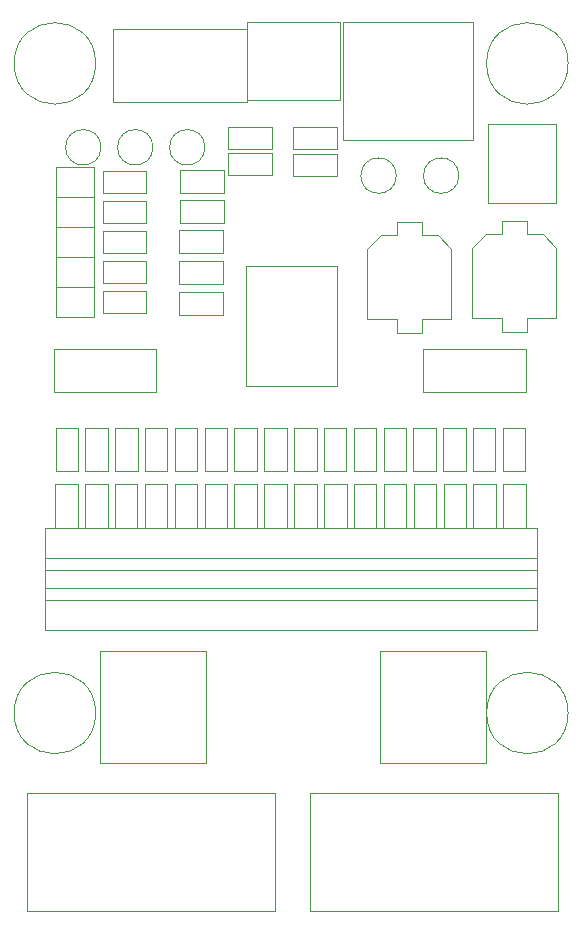
<source format=gbr>
%TF.GenerationSoftware,KiCad,Pcbnew,8.0.1*%
%TF.CreationDate,2024-04-15T16:31:13+02:00*%
%TF.ProjectId,ultimate_motor_board,756c7469-6d61-4746-955f-6d6f746f725f,0.1*%
%TF.SameCoordinates,Original*%
%TF.FileFunction,Other,User*%
%FSLAX46Y46*%
G04 Gerber Fmt 4.6, Leading zero omitted, Abs format (unit mm)*
G04 Created by KiCad (PCBNEW 8.0.1) date 2024-04-15 16:31:13*
%MOMM*%
%LPD*%
G01*
G04 APERTURE LIST*
%ADD10C,0.050000*%
G04 APERTURE END LIST*
D10*
%TO.C,D14*%
X131349682Y-89125000D02*
X133249682Y-89125000D01*
X131349682Y-92825000D02*
X131349682Y-89125000D01*
X133249682Y-89125000D02*
X133249682Y-92825000D01*
X133249682Y-92825000D02*
X131349682Y-92825000D01*
%TO.C,R20*%
X128800000Y-84350000D02*
X130700000Y-84350000D01*
X128800000Y-88050000D02*
X128800000Y-84350000D01*
X130700000Y-84350000D02*
X130700000Y-88050000D01*
X130700000Y-88050000D02*
X128800000Y-88050000D01*
%TO.C,R23*%
X136375000Y-84350000D02*
X138275000Y-84350000D01*
X136375000Y-88050000D02*
X136375000Y-84350000D01*
X138275000Y-84350000D02*
X138275000Y-88050000D01*
X138275000Y-88050000D02*
X136375000Y-88050000D01*
%TO.C,J1*%
X108450000Y-56750000D02*
X108450000Y-50600000D01*
X108450000Y-56750000D02*
X119800000Y-56750000D01*
X119800000Y-50600000D02*
X108450000Y-50600000D01*
X119800000Y-56750000D02*
X119800000Y-50600000D01*
%TO.C,D4*%
X106059062Y-89125000D02*
X107959062Y-89125000D01*
X106059062Y-92825000D02*
X106059062Y-89125000D01*
X107959062Y-89125000D02*
X107959062Y-92825000D01*
X107959062Y-92825000D02*
X106059062Y-92825000D01*
%TO.C,R12*%
X108600000Y-84350000D02*
X110500000Y-84350000D01*
X108600000Y-88050000D02*
X108600000Y-84350000D01*
X110500000Y-84350000D02*
X110500000Y-88050000D01*
X110500000Y-88050000D02*
X108600000Y-88050000D01*
%TO.C,R18*%
X123750000Y-84350000D02*
X125650000Y-84350000D01*
X123750000Y-88050000D02*
X123750000Y-84350000D01*
X125650000Y-84350000D02*
X125650000Y-88050000D01*
X125650000Y-88050000D02*
X123750000Y-88050000D01*
%TO.C,D15*%
X133878744Y-89125000D02*
X135778744Y-89125000D01*
X133878744Y-92825000D02*
X133878744Y-89125000D01*
X135778744Y-89125000D02*
X135778744Y-92825000D01*
X135778744Y-92825000D02*
X133878744Y-92825000D01*
%TO.C,D6*%
X111117186Y-89125000D02*
X113017186Y-89125000D01*
X111117186Y-92825000D02*
X111117186Y-89125000D01*
X113017186Y-89125000D02*
X113017186Y-92825000D01*
X113017186Y-92825000D02*
X111117186Y-92825000D01*
%TO.C,U2*%
X107275000Y-103270000D02*
X116275000Y-103270000D01*
X107275000Y-112770000D02*
X107275000Y-103270000D01*
X107275000Y-112770000D02*
X116275000Y-112770000D01*
X116275000Y-112770000D02*
X116275000Y-103270000D01*
%TO.C,R13*%
X111125000Y-84350000D02*
X113025000Y-84350000D01*
X111125000Y-88050000D02*
X111125000Y-84350000D01*
X113025000Y-84350000D02*
X113025000Y-88050000D01*
X113025000Y-88050000D02*
X111125000Y-88050000D01*
%TO.C,R3*%
X107550000Y-65150000D02*
X111250000Y-65150000D01*
X107550000Y-67050000D02*
X107550000Y-65150000D01*
X111250000Y-65150000D02*
X111250000Y-67050000D01*
X111250000Y-67050000D02*
X107550000Y-67050000D01*
%TO.C,Q1*%
X140200000Y-58650000D02*
X145900000Y-58650000D01*
X140200000Y-65310000D02*
X140200000Y-58650000D01*
X140200000Y-65310000D02*
X145900000Y-65310000D01*
X145900000Y-65310000D02*
X145900000Y-58650000D01*
%TO.C,D2*%
X123650000Y-58850000D02*
X127350000Y-58850000D01*
X123650000Y-60750000D02*
X123650000Y-58850000D01*
X127350000Y-58850000D02*
X127350000Y-60750000D01*
X127350000Y-60750000D02*
X123650000Y-60750000D01*
%TO.C,R21*%
X131325000Y-84350000D02*
X133225000Y-84350000D01*
X131325000Y-88050000D02*
X131325000Y-84350000D01*
X133225000Y-84350000D02*
X133225000Y-88050000D01*
X133225000Y-88050000D02*
X131325000Y-88050000D01*
%TO.C,R19*%
X126275000Y-84350000D02*
X128175000Y-84350000D01*
X126275000Y-88050000D02*
X126275000Y-84350000D01*
X128175000Y-84350000D02*
X128175000Y-88050000D01*
X128175000Y-88050000D02*
X126275000Y-88050000D01*
%TO.C,R22*%
X133850000Y-84350000D02*
X135750000Y-84350000D01*
X133850000Y-88050000D02*
X133850000Y-84350000D01*
X135750000Y-84350000D02*
X135750000Y-88050000D01*
X135750000Y-88050000D02*
X133850000Y-88050000D01*
%TO.C,H1*%
X146950000Y-53500000D02*
G75*
G02*
X140050000Y-53500000I-3450000J0D01*
G01*
X140050000Y-53500000D02*
G75*
G02*
X146950000Y-53500000I3450000J0D01*
G01*
%TO.C,D5*%
X108588124Y-89125000D02*
X110488124Y-89125000D01*
X108588124Y-92825000D02*
X108588124Y-89125000D01*
X110488124Y-89125000D02*
X110488124Y-92825000D01*
X110488124Y-92825000D02*
X108588124Y-92825000D01*
%TO.C,JP5*%
X103550000Y-72450000D02*
X103550000Y-74950000D01*
X103550000Y-72450000D02*
X106850000Y-72450000D01*
X106850000Y-74950000D02*
X103550000Y-74950000D01*
X106850000Y-74950000D02*
X106850000Y-72450000D01*
%TO.C,JP3*%
X103550000Y-67370000D02*
X103550000Y-69870000D01*
X103550000Y-67370000D02*
X106850000Y-67370000D01*
X106850000Y-69870000D02*
X103550000Y-69870000D01*
X106850000Y-69870000D02*
X106850000Y-67370000D01*
%TO.C,R16*%
X118700000Y-84350000D02*
X120600000Y-84350000D01*
X118700000Y-88050000D02*
X118700000Y-84350000D01*
X120600000Y-84350000D02*
X120600000Y-88050000D01*
X120600000Y-88050000D02*
X118700000Y-88050000D01*
%TO.C,D10*%
X121233434Y-89125000D02*
X123133434Y-89125000D01*
X121233434Y-92825000D02*
X121233434Y-89125000D01*
X123133434Y-89125000D02*
X123133434Y-92825000D01*
X123133434Y-92825000D02*
X121233434Y-92825000D01*
%TO.C,D18*%
X141465930Y-89125000D02*
X143365930Y-89125000D01*
X141465930Y-92825000D02*
X141465930Y-89125000D01*
X143365930Y-89125000D02*
X143365930Y-92825000D01*
X143365930Y-92825000D02*
X141465930Y-92825000D01*
%TO.C,R11*%
X106075000Y-84350000D02*
X107975000Y-84350000D01*
X106075000Y-88050000D02*
X106075000Y-84350000D01*
X107975000Y-84350000D02*
X107975000Y-88050000D01*
X107975000Y-88050000D02*
X106075000Y-88050000D01*
%TO.C,R15*%
X116175000Y-84350000D02*
X118075000Y-84350000D01*
X116175000Y-88050000D02*
X116175000Y-84350000D01*
X118075000Y-84350000D02*
X118075000Y-88050000D01*
X118075000Y-88050000D02*
X116175000Y-88050000D01*
%TO.C,D11*%
X123762496Y-89125000D02*
X125662496Y-89125000D01*
X123762496Y-92825000D02*
X123762496Y-89125000D01*
X125662496Y-89125000D02*
X125662496Y-92825000D01*
X125662496Y-92825000D02*
X123762496Y-92825000D01*
%TO.C,D1*%
X118150000Y-58850000D02*
X121850000Y-58850000D01*
X118150000Y-60750000D02*
X118150000Y-58850000D01*
X121850000Y-58850000D02*
X121850000Y-60750000D01*
X121850000Y-60750000D02*
X118150000Y-60750000D01*
%TO.C,C1*%
X138850000Y-69100000D02*
X138850000Y-75050000D01*
X140000000Y-67950000D02*
X138850000Y-69100000D01*
X141350000Y-66800000D02*
X141350000Y-67950000D01*
X141350000Y-67950000D02*
X140000000Y-67950000D01*
X141350000Y-75050000D02*
X138850000Y-75050000D01*
X141350000Y-76200000D02*
X141350000Y-75050000D01*
X143450000Y-66800000D02*
X141350000Y-66800000D01*
X143450000Y-67950000D02*
X143450000Y-66800000D01*
X143450000Y-75050000D02*
X143450000Y-76200000D01*
X143450000Y-76200000D02*
X141350000Y-76200000D01*
X144800000Y-67950000D02*
X143450000Y-67950000D01*
X144800000Y-67950000D02*
X145950000Y-69100000D01*
X145950000Y-69100000D02*
X145950000Y-75050000D01*
X145950000Y-75050000D02*
X143450000Y-75050000D01*
%TO.C,TP5*%
X107400000Y-60600000D02*
G75*
G02*
X104400000Y-60600000I-1500000J0D01*
G01*
X104400000Y-60600000D02*
G75*
G02*
X107400000Y-60600000I1500000J0D01*
G01*
%TO.C,R14*%
X113650000Y-84350000D02*
X115550000Y-84350000D01*
X113650000Y-88050000D02*
X113650000Y-84350000D01*
X115550000Y-84350000D02*
X115550000Y-88050000D01*
X115550000Y-88050000D02*
X113650000Y-88050000D01*
%TO.C,JP2*%
X103550000Y-64830000D02*
X103550000Y-67330000D01*
X103550000Y-64830000D02*
X106850000Y-64830000D01*
X106850000Y-67330000D02*
X103550000Y-67330000D01*
X106850000Y-67330000D02*
X106850000Y-64830000D01*
%TO.C,J2*%
X134700000Y-77700000D02*
X134700000Y-81300000D01*
X134700000Y-81300000D02*
X143350000Y-81300000D01*
X143350000Y-77700000D02*
X134700000Y-77700000D01*
X143350000Y-81300000D02*
X143350000Y-77700000D01*
%TO.C,TP3*%
X132400000Y-63000000D02*
G75*
G02*
X129400000Y-63000000I-1500000J0D01*
G01*
X129400000Y-63000000D02*
G75*
G02*
X132400000Y-63000000I1500000J0D01*
G01*
%TO.C,D7*%
X113646248Y-89125000D02*
X115546248Y-89125000D01*
X113646248Y-92825000D02*
X113646248Y-89125000D01*
X115546248Y-89125000D02*
X115546248Y-92825000D01*
X115546248Y-92825000D02*
X113646248Y-92825000D01*
%TO.C,JP1*%
X103550000Y-62290000D02*
X103550000Y-64790000D01*
X103550000Y-62290000D02*
X106850000Y-62290000D01*
X106850000Y-64790000D02*
X103550000Y-64790000D01*
X106850000Y-64790000D02*
X106850000Y-62290000D01*
%TO.C,R17*%
X121225000Y-84350000D02*
X123125000Y-84350000D01*
X121225000Y-88050000D02*
X121225000Y-84350000D01*
X123125000Y-84350000D02*
X123125000Y-88050000D01*
X123125000Y-88050000D02*
X121225000Y-88050000D01*
%TO.C,U1*%
X119650000Y-70625000D02*
X119650000Y-80825000D01*
X119650000Y-80825000D02*
X127350000Y-80825000D01*
X127350000Y-70625000D02*
X119650000Y-70625000D01*
X127350000Y-80825000D02*
X127350000Y-70625000D01*
%TO.C,D8*%
X116175310Y-89125000D02*
X118075310Y-89125000D01*
X116175310Y-92825000D02*
X116175310Y-89125000D01*
X118075310Y-89125000D02*
X118075310Y-92825000D01*
X118075310Y-92825000D02*
X116175310Y-92825000D01*
%TO.C,TP2*%
X116200000Y-60600000D02*
G75*
G02*
X113200000Y-60600000I-1500000J0D01*
G01*
X113200000Y-60600000D02*
G75*
G02*
X116200000Y-60600000I1500000J0D01*
G01*
%TO.C,D13*%
X128820620Y-89125000D02*
X130720620Y-89125000D01*
X128820620Y-92825000D02*
X128820620Y-89125000D01*
X130720620Y-89125000D02*
X130720620Y-92825000D01*
X130720620Y-92825000D02*
X128820620Y-92825000D01*
%TO.C,R6*%
X107550000Y-70230000D02*
X111250000Y-70230000D01*
X107550000Y-72130000D02*
X107550000Y-70230000D01*
X111250000Y-70230000D02*
X111250000Y-72130000D01*
X111250000Y-72130000D02*
X107550000Y-72130000D01*
%TO.C,J8*%
X102620000Y-95360000D02*
X102620000Y-98960000D01*
X102620000Y-98960000D02*
X144320000Y-98960000D01*
X144320000Y-95360000D02*
X102620000Y-95360000D01*
X144320000Y-98960000D02*
X144320000Y-95360000D01*
%TO.C,R1*%
X107550000Y-62610000D02*
X111250000Y-62610000D01*
X107550000Y-64510000D02*
X107550000Y-62610000D01*
X111250000Y-62610000D02*
X111250000Y-64510000D01*
X111250000Y-64510000D02*
X107550000Y-64510000D01*
%TO.C,JP4*%
X103550000Y-69910000D02*
X103550000Y-72410000D01*
X103550000Y-69910000D02*
X106850000Y-69910000D01*
X106850000Y-72410000D02*
X103550000Y-72410000D01*
X106850000Y-72410000D02*
X106850000Y-69910000D01*
%TO.C,R4*%
X114112500Y-65077500D02*
X117812500Y-65077500D01*
X114112500Y-66977500D02*
X114112500Y-65077500D01*
X117812500Y-65077500D02*
X117812500Y-66977500D01*
X117812500Y-66977500D02*
X114112500Y-66977500D01*
%TO.C,TP1*%
X137700000Y-63000000D02*
G75*
G02*
X134700000Y-63000000I-1500000J0D01*
G01*
X134700000Y-63000000D02*
G75*
G02*
X137700000Y-63000000I1500000J0D01*
G01*
%TO.C,J10*%
X119800000Y-50020000D02*
X119800000Y-56580000D01*
X119800000Y-56580000D02*
X127600000Y-56580000D01*
X127600000Y-50020000D02*
X119800000Y-50020000D01*
X127600000Y-56580000D02*
X127600000Y-50020000D01*
%TO.C,J4*%
X127900000Y-50000000D02*
X127900000Y-60000000D01*
X127900000Y-60000000D02*
X138900000Y-60000000D01*
X138900000Y-50000000D02*
X127900000Y-50000000D01*
X138900000Y-60000000D02*
X138900000Y-50000000D01*
%TO.C,D16*%
X136407806Y-89125000D02*
X138307806Y-89125000D01*
X136407806Y-92825000D02*
X136407806Y-89125000D01*
X138307806Y-89125000D02*
X138307806Y-92825000D01*
X138307806Y-92825000D02*
X136407806Y-92825000D01*
%TO.C,C4*%
X113982500Y-70222500D02*
X117742500Y-70222500D01*
X113982500Y-72182500D02*
X113982500Y-70222500D01*
X117742500Y-70222500D02*
X117742500Y-72182500D01*
X117742500Y-72182500D02*
X113982500Y-72182500D01*
%TO.C,TP4*%
X111800000Y-60600000D02*
G75*
G02*
X108800000Y-60600000I-1500000J0D01*
G01*
X108800000Y-60600000D02*
G75*
G02*
X111800000Y-60600000I1500000J0D01*
G01*
%TO.C,R2*%
X114112500Y-62535000D02*
X117812500Y-62535000D01*
X114112500Y-64435000D02*
X114112500Y-62535000D01*
X117812500Y-62535000D02*
X117812500Y-64435000D01*
X117812500Y-64435000D02*
X114112500Y-64435000D01*
%TO.C,R8*%
X118150000Y-61050000D02*
X121850000Y-61050000D01*
X118150000Y-62950000D02*
X118150000Y-61050000D01*
X121850000Y-61050000D02*
X121850000Y-62950000D01*
X121850000Y-62950000D02*
X118150000Y-62950000D01*
%TO.C,H2*%
X106950000Y-53500000D02*
G75*
G02*
X100050000Y-53500000I-3450000J0D01*
G01*
X100050000Y-53500000D02*
G75*
G02*
X106950000Y-53500000I3450000J0D01*
G01*
%TO.C,R9*%
X123650000Y-61150000D02*
X127350000Y-61150000D01*
X123650000Y-63050000D02*
X123650000Y-61150000D01*
X127350000Y-61150000D02*
X127350000Y-63050000D01*
X127350000Y-63050000D02*
X123650000Y-63050000D01*
%TO.C,R24*%
X138900000Y-84350000D02*
X140800000Y-84350000D01*
X138900000Y-88050000D02*
X138900000Y-84350000D01*
X140800000Y-84350000D02*
X140800000Y-88050000D01*
X140800000Y-88050000D02*
X138900000Y-88050000D01*
%TO.C,R5*%
X107550000Y-67690000D02*
X111250000Y-67690000D01*
X107550000Y-69590000D02*
X107550000Y-67690000D01*
X111250000Y-67690000D02*
X111250000Y-69590000D01*
X111250000Y-69590000D02*
X107550000Y-69590000D01*
%TO.C,U3*%
X131000000Y-103270000D02*
X140000000Y-103270000D01*
X131000000Y-112770000D02*
X131000000Y-103270000D01*
X131000000Y-112770000D02*
X140000000Y-112770000D01*
X140000000Y-112770000D02*
X140000000Y-103270000D01*
%TO.C,R10*%
X103550000Y-84350000D02*
X105450000Y-84350000D01*
X103550000Y-88050000D02*
X103550000Y-84350000D01*
X105450000Y-84350000D02*
X105450000Y-88050000D01*
X105450000Y-88050000D02*
X103550000Y-88050000D01*
%TO.C,D3*%
X103530000Y-89125000D02*
X105430000Y-89125000D01*
X103530000Y-92825000D02*
X103530000Y-89125000D01*
X105430000Y-89125000D02*
X105430000Y-92825000D01*
X105430000Y-92825000D02*
X103530000Y-92825000D01*
%TO.C,J6*%
X125100000Y-115300000D02*
X125100000Y-125300000D01*
X125100000Y-125300000D02*
X146100000Y-125300000D01*
X146100000Y-115300000D02*
X125100000Y-115300000D01*
X146100000Y-125300000D02*
X146100000Y-115300000D01*
%TO.C,D17*%
X138936868Y-89125000D02*
X140836868Y-89125000D01*
X138936868Y-92825000D02*
X138936868Y-89125000D01*
X140836868Y-89125000D02*
X140836868Y-92825000D01*
X140836868Y-92825000D02*
X138936868Y-92825000D01*
%TO.C,J5*%
X101100000Y-115300000D02*
X101100000Y-125300000D01*
X101100000Y-125300000D02*
X122100000Y-125300000D01*
X122100000Y-115300000D02*
X101100000Y-115300000D01*
X122100000Y-125300000D02*
X122100000Y-115300000D01*
%TO.C,H4*%
X106950000Y-108500000D02*
G75*
G02*
X100050000Y-108500000I-3450000J0D01*
G01*
X100050000Y-108500000D02*
G75*
G02*
X106950000Y-108500000I3450000J0D01*
G01*
%TO.C,J3*%
X103425000Y-77700000D02*
X103425000Y-81300000D01*
X103425000Y-81300000D02*
X112075000Y-81300000D01*
X112075000Y-77700000D02*
X103425000Y-77700000D01*
X112075000Y-81300000D02*
X112075000Y-77700000D01*
%TO.C,D9*%
X118704372Y-89125000D02*
X120604372Y-89125000D01*
X118704372Y-92825000D02*
X118704372Y-89125000D01*
X120604372Y-89125000D02*
X120604372Y-92825000D01*
X120604372Y-92825000D02*
X118704372Y-92825000D01*
%TO.C,C2*%
X129950000Y-69200000D02*
X129950000Y-75150000D01*
X131100000Y-68050000D02*
X129950000Y-69200000D01*
X132450000Y-66900000D02*
X132450000Y-68050000D01*
X132450000Y-68050000D02*
X131100000Y-68050000D01*
X132450000Y-75150000D02*
X129950000Y-75150000D01*
X132450000Y-76300000D02*
X132450000Y-75150000D01*
X134550000Y-66900000D02*
X132450000Y-66900000D01*
X134550000Y-68050000D02*
X134550000Y-66900000D01*
X134550000Y-75150000D02*
X134550000Y-76300000D01*
X134550000Y-76300000D02*
X132450000Y-76300000D01*
X135900000Y-68050000D02*
X134550000Y-68050000D01*
X135900000Y-68050000D02*
X137050000Y-69200000D01*
X137050000Y-69200000D02*
X137050000Y-75150000D01*
X137050000Y-75150000D02*
X134550000Y-75150000D01*
%TO.C,J9*%
X102620000Y-97900000D02*
X102620000Y-101500000D01*
X102620000Y-101500000D02*
X144320000Y-101500000D01*
X144320000Y-97900000D02*
X102620000Y-97900000D01*
X144320000Y-101500000D02*
X144320000Y-97900000D01*
%TO.C,C3*%
X113982500Y-72825000D02*
X117742500Y-72825000D01*
X113982500Y-74785000D02*
X113982500Y-72825000D01*
X117742500Y-72825000D02*
X117742500Y-74785000D01*
X117742500Y-74785000D02*
X113982500Y-74785000D01*
%TO.C,C5*%
X113982500Y-67620000D02*
X117742500Y-67620000D01*
X113982500Y-69580000D02*
X113982500Y-67620000D01*
X117742500Y-67620000D02*
X117742500Y-69580000D01*
X117742500Y-69580000D02*
X113982500Y-69580000D01*
%TO.C,J7*%
X102620000Y-92820000D02*
X102620000Y-96420000D01*
X102620000Y-96420000D02*
X144320000Y-96420000D01*
X144320000Y-92820000D02*
X102620000Y-92820000D01*
X144320000Y-96420000D02*
X144320000Y-92820000D01*
%TO.C,D12*%
X126291558Y-89125000D02*
X128191558Y-89125000D01*
X126291558Y-92825000D02*
X126291558Y-89125000D01*
X128191558Y-89125000D02*
X128191558Y-92825000D01*
X128191558Y-92825000D02*
X126291558Y-92825000D01*
%TO.C,R25*%
X141425000Y-84350000D02*
X143325000Y-84350000D01*
X141425000Y-88050000D02*
X141425000Y-84350000D01*
X143325000Y-84350000D02*
X143325000Y-88050000D01*
X143325000Y-88050000D02*
X141425000Y-88050000D01*
%TO.C,R7*%
X107550000Y-72770000D02*
X111250000Y-72770000D01*
X107550000Y-74670000D02*
X107550000Y-72770000D01*
X111250000Y-72770000D02*
X111250000Y-74670000D01*
X111250000Y-74670000D02*
X107550000Y-74670000D01*
%TO.C,H3*%
X146950000Y-108500000D02*
G75*
G02*
X140050000Y-108500000I-3450000J0D01*
G01*
X140050000Y-108500000D02*
G75*
G02*
X146950000Y-108500000I3450000J0D01*
G01*
%TD*%
M02*

</source>
